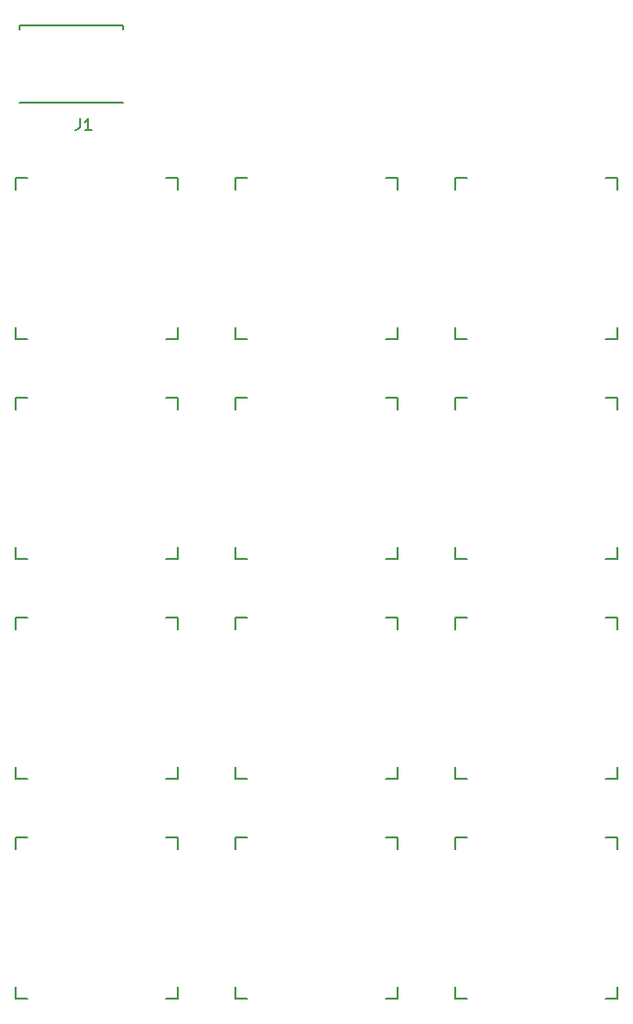
<source format=gbr>
%TF.GenerationSoftware,KiCad,Pcbnew,(5.1.10)-1*%
%TF.CreationDate,2021-10-04T19:32:16-04:00*%
%TF.ProjectId,macropad,6d616372-6f70-4616-942e-6b696361645f,rev?*%
%TF.SameCoordinates,Original*%
%TF.FileFunction,Legend,Top*%
%TF.FilePolarity,Positive*%
%FSLAX46Y46*%
G04 Gerber Fmt 4.6, Leading zero omitted, Abs format (unit mm)*
G04 Created by KiCad (PCBNEW (5.1.10)-1) date 2021-10-04 19:32:16*
%MOMM*%
%LPD*%
G01*
G04 APERTURE LIST*
%ADD10C,0.150000*%
%ADD11C,0.200000*%
G04 APERTURE END LIST*
D10*
%TO.C,SW12*%
X147652500Y-127937500D02*
X147652500Y-128937500D01*
X146652500Y-141937500D02*
X147652500Y-141937500D01*
X147652500Y-127937500D02*
X146652500Y-127937500D01*
X147652500Y-140937500D02*
X147652500Y-141937500D01*
X133652500Y-141937500D02*
X133652500Y-140937500D01*
X134652500Y-127937500D02*
X133652500Y-127937500D01*
X133652500Y-141937500D02*
X134652500Y-141937500D01*
X133652500Y-128937500D02*
X133652500Y-127937500D01*
%TO.C,SW11*%
X166702500Y-127937500D02*
X166702500Y-128937500D01*
X165702500Y-141937500D02*
X166702500Y-141937500D01*
X166702500Y-127937500D02*
X165702500Y-127937500D01*
X166702500Y-140937500D02*
X166702500Y-141937500D01*
X152702500Y-141937500D02*
X152702500Y-140937500D01*
X153702500Y-127937500D02*
X152702500Y-127937500D01*
X152702500Y-141937500D02*
X153702500Y-141937500D01*
X152702500Y-128937500D02*
X152702500Y-127937500D01*
%TO.C,SW10*%
X185752500Y-127937500D02*
X185752500Y-128937500D01*
X184752500Y-141937500D02*
X185752500Y-141937500D01*
X185752500Y-127937500D02*
X184752500Y-127937500D01*
X185752500Y-140937500D02*
X185752500Y-141937500D01*
X171752500Y-141937500D02*
X171752500Y-140937500D01*
X172752500Y-127937500D02*
X171752500Y-127937500D01*
X171752500Y-141937500D02*
X172752500Y-141937500D01*
X171752500Y-128937500D02*
X171752500Y-127937500D01*
%TO.C,SW9*%
X147652500Y-108887500D02*
X147652500Y-109887500D01*
X146652500Y-122887500D02*
X147652500Y-122887500D01*
X147652500Y-108887500D02*
X146652500Y-108887500D01*
X147652500Y-121887500D02*
X147652500Y-122887500D01*
X133652500Y-122887500D02*
X133652500Y-121887500D01*
X134652500Y-108887500D02*
X133652500Y-108887500D01*
X133652500Y-122887500D02*
X134652500Y-122887500D01*
X133652500Y-109887500D02*
X133652500Y-108887500D01*
%TO.C,SW8*%
X166702500Y-108887500D02*
X166702500Y-109887500D01*
X165702500Y-122887500D02*
X166702500Y-122887500D01*
X166702500Y-108887500D02*
X165702500Y-108887500D01*
X166702500Y-121887500D02*
X166702500Y-122887500D01*
X152702500Y-122887500D02*
X152702500Y-121887500D01*
X153702500Y-108887500D02*
X152702500Y-108887500D01*
X152702500Y-122887500D02*
X153702500Y-122887500D01*
X152702500Y-109887500D02*
X152702500Y-108887500D01*
%TO.C,SW7*%
X185752500Y-108887500D02*
X185752500Y-109887500D01*
X184752500Y-122887500D02*
X185752500Y-122887500D01*
X185752500Y-108887500D02*
X184752500Y-108887500D01*
X185752500Y-121887500D02*
X185752500Y-122887500D01*
X171752500Y-122887500D02*
X171752500Y-121887500D01*
X172752500Y-108887500D02*
X171752500Y-108887500D01*
X171752500Y-122887500D02*
X172752500Y-122887500D01*
X171752500Y-109887500D02*
X171752500Y-108887500D01*
%TO.C,SW6*%
X147652500Y-89837500D02*
X147652500Y-90837500D01*
X146652500Y-103837500D02*
X147652500Y-103837500D01*
X147652500Y-89837500D02*
X146652500Y-89837500D01*
X147652500Y-102837500D02*
X147652500Y-103837500D01*
X133652500Y-103837500D02*
X133652500Y-102837500D01*
X134652500Y-89837500D02*
X133652500Y-89837500D01*
X133652500Y-103837500D02*
X134652500Y-103837500D01*
X133652500Y-90837500D02*
X133652500Y-89837500D01*
%TO.C,SW5*%
X166702500Y-89837500D02*
X166702500Y-90837500D01*
X165702500Y-103837500D02*
X166702500Y-103837500D01*
X166702500Y-89837500D02*
X165702500Y-89837500D01*
X166702500Y-102837500D02*
X166702500Y-103837500D01*
X152702500Y-103837500D02*
X152702500Y-102837500D01*
X153702500Y-89837500D02*
X152702500Y-89837500D01*
X152702500Y-103837500D02*
X153702500Y-103837500D01*
X152702500Y-90837500D02*
X152702500Y-89837500D01*
%TO.C,SW4*%
X185752500Y-89837500D02*
X185752500Y-90837500D01*
X184752500Y-103837500D02*
X185752500Y-103837500D01*
X185752500Y-89837500D02*
X184752500Y-89837500D01*
X185752500Y-102837500D02*
X185752500Y-103837500D01*
X171752500Y-103837500D02*
X171752500Y-102837500D01*
X172752500Y-89837500D02*
X171752500Y-89837500D01*
X171752500Y-103837500D02*
X172752500Y-103837500D01*
X171752500Y-90837500D02*
X171752500Y-89837500D01*
%TO.C,SW3*%
X147652500Y-70787500D02*
X147652500Y-71787500D01*
X146652500Y-84787500D02*
X147652500Y-84787500D01*
X147652500Y-70787500D02*
X146652500Y-70787500D01*
X147652500Y-83787500D02*
X147652500Y-84787500D01*
X133652500Y-84787500D02*
X133652500Y-83787500D01*
X134652500Y-70787500D02*
X133652500Y-70787500D01*
X133652500Y-84787500D02*
X134652500Y-84787500D01*
X133652500Y-71787500D02*
X133652500Y-70787500D01*
%TO.C,SW2*%
X166702500Y-70787500D02*
X166702500Y-71787500D01*
X165702500Y-84787500D02*
X166702500Y-84787500D01*
X166702500Y-70787500D02*
X165702500Y-70787500D01*
X166702500Y-83787500D02*
X166702500Y-84787500D01*
X152702500Y-84787500D02*
X152702500Y-83787500D01*
X153702500Y-70787500D02*
X152702500Y-70787500D01*
X152702500Y-84787500D02*
X153702500Y-84787500D01*
X152702500Y-71787500D02*
X152702500Y-70787500D01*
%TO.C,SW1*%
X185752500Y-70787500D02*
X185752500Y-71787500D01*
X184752500Y-84787500D02*
X185752500Y-84787500D01*
X185752500Y-70787500D02*
X184752500Y-70787500D01*
X185752500Y-83787500D02*
X185752500Y-84787500D01*
X171752500Y-84787500D02*
X171752500Y-83787500D01*
X172752500Y-70787500D02*
X171752500Y-70787500D01*
X171752500Y-84787500D02*
X172752500Y-84787500D01*
X171752500Y-71787500D02*
X171752500Y-70787500D01*
D11*
%TO.C,J1*%
X133955000Y-57615000D02*
X133955000Y-57965000D01*
X142905000Y-57615000D02*
X133955000Y-57615000D01*
X142905000Y-57965000D02*
X142905000Y-57615000D01*
X142905000Y-64275000D02*
X133955000Y-64275000D01*
D10*
X139194041Y-65657713D02*
X139194041Y-66372106D01*
X139146415Y-66514985D01*
X139051163Y-66610237D01*
X138908284Y-66657863D01*
X138813032Y-66657863D01*
X140194191Y-66657863D02*
X139622677Y-66657863D01*
X139908434Y-66657863D02*
X139908434Y-65657713D01*
X139813182Y-65800592D01*
X139717929Y-65895844D01*
X139622677Y-65943470D01*
%TD*%
M02*

</source>
